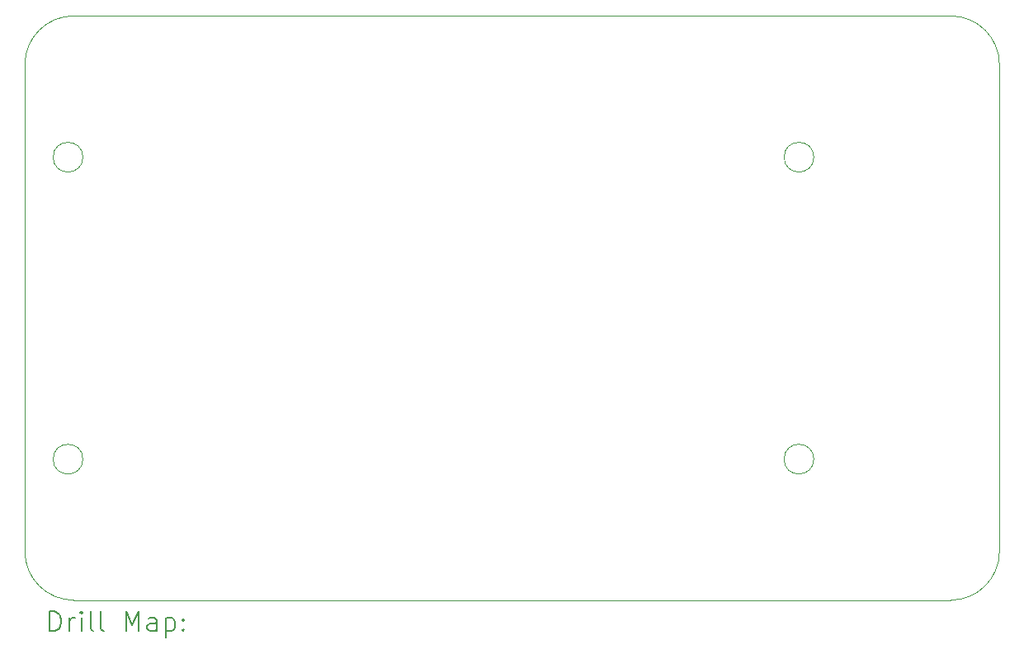
<source format=gbr>
%TF.GenerationSoftware,KiCad,Pcbnew,8.0.5*%
%TF.CreationDate,2024-10-31T00:03:11+01:00*%
%TF.ProjectId,HotPlate_Soldering,486f7450-6c61-4746-955f-536f6c646572,rev?*%
%TF.SameCoordinates,Original*%
%TF.FileFunction,Drillmap*%
%TF.FilePolarity,Positive*%
%FSLAX45Y45*%
G04 Gerber Fmt 4.5, Leading zero omitted, Abs format (unit mm)*
G04 Created by KiCad (PCBNEW 8.0.5) date 2024-10-31 00:03:11*
%MOMM*%
%LPD*%
G01*
G04 APERTURE LIST*
%ADD10C,0.100000*%
%ADD11C,0.200000*%
G04 APERTURE END LIST*
D10*
X7450000Y-8357500D02*
X16450000Y-8357500D01*
X7450000Y-14355006D02*
X16450000Y-14355006D01*
X7545000Y-12907500D02*
G75*
G02*
X7240000Y-12907500I-152500J0D01*
G01*
X7240000Y-12907500D02*
G75*
G02*
X7545000Y-12907500I152500J0D01*
G01*
X15045000Y-12907500D02*
G75*
G02*
X14740000Y-12907500I-152500J0D01*
G01*
X14740000Y-12907500D02*
G75*
G02*
X15045000Y-12907500I152500J0D01*
G01*
X6950000Y-8855006D02*
X6950000Y-13855006D01*
X16450000Y-8357500D02*
G75*
G02*
X16950000Y-8857500I0J-500000D01*
G01*
X7545000Y-9807500D02*
G75*
G02*
X7240000Y-9807500I-152500J0D01*
G01*
X7240000Y-9807500D02*
G75*
G02*
X7545000Y-9807500I152500J0D01*
G01*
X16950000Y-13857500D02*
G75*
G02*
X16450000Y-14355006I-500000J2500D01*
G01*
X15045000Y-9807500D02*
G75*
G02*
X14740000Y-9807500I-152500J0D01*
G01*
X14740000Y-9807500D02*
G75*
G02*
X15045000Y-9807500I152500J0D01*
G01*
X6950000Y-8855006D02*
G75*
G02*
X7450000Y-8357500I500000J-2500D01*
G01*
X7450000Y-14355006D02*
G75*
G02*
X6950004Y-13855006I0J499996D01*
G01*
X16950000Y-8857500D02*
X16950000Y-13857500D01*
D11*
X7205777Y-14671490D02*
X7205777Y-14471490D01*
X7205777Y-14471490D02*
X7253396Y-14471490D01*
X7253396Y-14471490D02*
X7281967Y-14481014D01*
X7281967Y-14481014D02*
X7301015Y-14500061D01*
X7301015Y-14500061D02*
X7310539Y-14519109D01*
X7310539Y-14519109D02*
X7320062Y-14557204D01*
X7320062Y-14557204D02*
X7320062Y-14585776D01*
X7320062Y-14585776D02*
X7310539Y-14623871D01*
X7310539Y-14623871D02*
X7301015Y-14642918D01*
X7301015Y-14642918D02*
X7281967Y-14661966D01*
X7281967Y-14661966D02*
X7253396Y-14671490D01*
X7253396Y-14671490D02*
X7205777Y-14671490D01*
X7405777Y-14671490D02*
X7405777Y-14538157D01*
X7405777Y-14576252D02*
X7415301Y-14557204D01*
X7415301Y-14557204D02*
X7424824Y-14547680D01*
X7424824Y-14547680D02*
X7443872Y-14538157D01*
X7443872Y-14538157D02*
X7462920Y-14538157D01*
X7529586Y-14671490D02*
X7529586Y-14538157D01*
X7529586Y-14471490D02*
X7520062Y-14481014D01*
X7520062Y-14481014D02*
X7529586Y-14490538D01*
X7529586Y-14490538D02*
X7539110Y-14481014D01*
X7539110Y-14481014D02*
X7529586Y-14471490D01*
X7529586Y-14471490D02*
X7529586Y-14490538D01*
X7653396Y-14671490D02*
X7634348Y-14661966D01*
X7634348Y-14661966D02*
X7624824Y-14642918D01*
X7624824Y-14642918D02*
X7624824Y-14471490D01*
X7758158Y-14671490D02*
X7739110Y-14661966D01*
X7739110Y-14661966D02*
X7729586Y-14642918D01*
X7729586Y-14642918D02*
X7729586Y-14471490D01*
X7986729Y-14671490D02*
X7986729Y-14471490D01*
X7986729Y-14471490D02*
X8053396Y-14614347D01*
X8053396Y-14614347D02*
X8120062Y-14471490D01*
X8120062Y-14471490D02*
X8120062Y-14671490D01*
X8301015Y-14671490D02*
X8301015Y-14566728D01*
X8301015Y-14566728D02*
X8291491Y-14547680D01*
X8291491Y-14547680D02*
X8272443Y-14538157D01*
X8272443Y-14538157D02*
X8234348Y-14538157D01*
X8234348Y-14538157D02*
X8215301Y-14547680D01*
X8301015Y-14661966D02*
X8281967Y-14671490D01*
X8281967Y-14671490D02*
X8234348Y-14671490D01*
X8234348Y-14671490D02*
X8215301Y-14661966D01*
X8215301Y-14661966D02*
X8205777Y-14642918D01*
X8205777Y-14642918D02*
X8205777Y-14623871D01*
X8205777Y-14623871D02*
X8215301Y-14604823D01*
X8215301Y-14604823D02*
X8234348Y-14595299D01*
X8234348Y-14595299D02*
X8281967Y-14595299D01*
X8281967Y-14595299D02*
X8301015Y-14585776D01*
X8396253Y-14538157D02*
X8396253Y-14738157D01*
X8396253Y-14547680D02*
X8415301Y-14538157D01*
X8415301Y-14538157D02*
X8453396Y-14538157D01*
X8453396Y-14538157D02*
X8472444Y-14547680D01*
X8472444Y-14547680D02*
X8481967Y-14557204D01*
X8481967Y-14557204D02*
X8491491Y-14576252D01*
X8491491Y-14576252D02*
X8491491Y-14633395D01*
X8491491Y-14633395D02*
X8481967Y-14652442D01*
X8481967Y-14652442D02*
X8472444Y-14661966D01*
X8472444Y-14661966D02*
X8453396Y-14671490D01*
X8453396Y-14671490D02*
X8415301Y-14671490D01*
X8415301Y-14671490D02*
X8396253Y-14661966D01*
X8577205Y-14652442D02*
X8586729Y-14661966D01*
X8586729Y-14661966D02*
X8577205Y-14671490D01*
X8577205Y-14671490D02*
X8567682Y-14661966D01*
X8567682Y-14661966D02*
X8577205Y-14652442D01*
X8577205Y-14652442D02*
X8577205Y-14671490D01*
X8577205Y-14547680D02*
X8586729Y-14557204D01*
X8586729Y-14557204D02*
X8577205Y-14566728D01*
X8577205Y-14566728D02*
X8567682Y-14557204D01*
X8567682Y-14557204D02*
X8577205Y-14547680D01*
X8577205Y-14547680D02*
X8577205Y-14566728D01*
M02*

</source>
